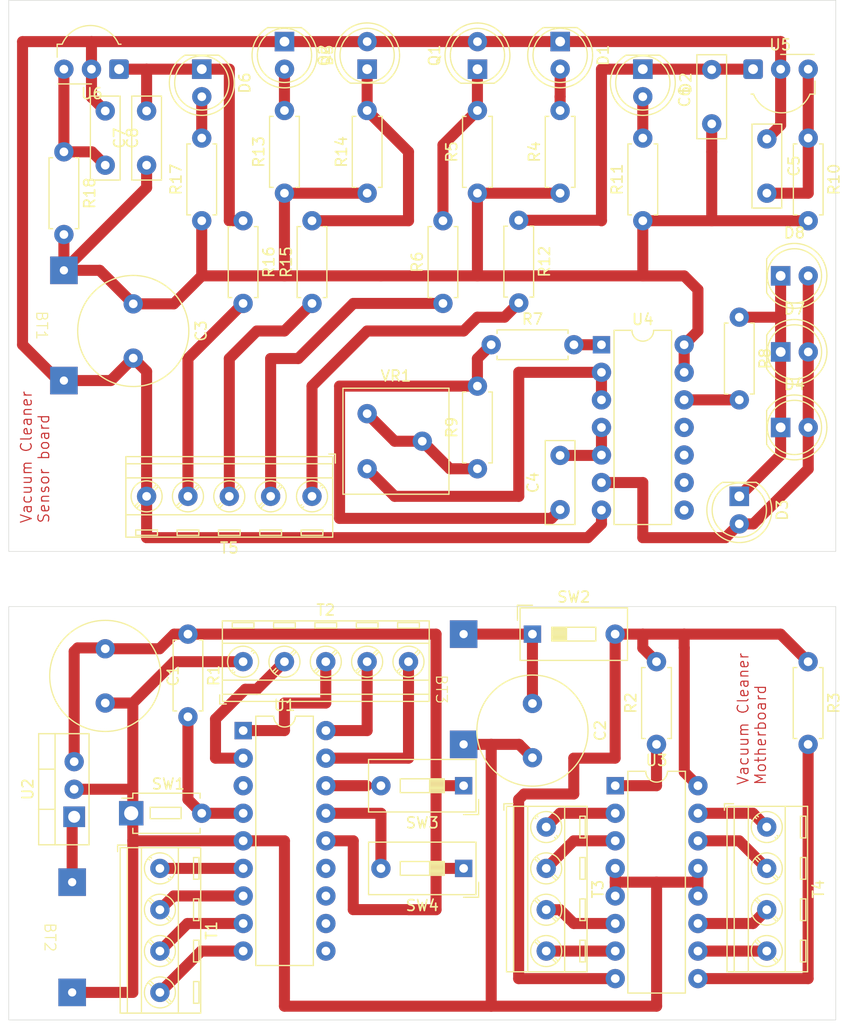
<source format=kicad_pcb>
(kicad_pcb (version 20240108) (generator "pcbnew") (generator_version "8.0")
  (layers (0 "F.Cu" signal) (31 "B.Cu" signal) (34 "B.Paste" user) (35 "F.Paste" user) (36 "B.SilkS" user "B.Silkscreen") (37 "F.SilkS" user "F.Silkscreen") (38 "B.Mask" user) (39 "F.Mask" user) (44 "Edge.Cuts" user))
  (net 0 "")
  (net 1 "Net-(D3-A)")
  (net 2 "Net-(D3-K)")
  (net 3 "Net-(Q1-C)")
  (net 4 "GNDREF")
  (net 5 "Net-(Q2-C)")
  (net 6 "Net-(U3-EN1,2)")
  (net 7 "Net-(T3-Pin_2)")
  (net 8 "Net-(T3-Pin_1)")
  (net 9 "Net-(T4-Pin_1)")
  (net 10 "Net-(U3-EN3,4)")
  (net 11 "Net-(U3-VCC1)")
  (net 12 "Net-(T4-Pin_4)")
  (net 13 "Net-(T4-Pin_3)")
  (net 14 "Net-(T3-Pin_4)")
  (net 15 "Net-(T3-Pin_3)")
  (net 16 "Net-(T4-Pin_2)")
  (net 17 "Net-(D2-K)")
  (net 18 "Net-(U5-Vs)")
  (net 19 "Net-(U6-Vs)")
  (net 20 "Net-(D6-K)")
  (net 21 "+6V")
  (net 22 "+5V")
  (net 23 "Net-(BT3-+)")
  (net 24 "Net-(C4-Pad2)")
  (net 25 "Net-(C4-Pad1)")
  (net 26 "Net-(D1-A)")
  (net 27 "Net-(D2-A)")
  (net 28 "Net-(D5-A)")
  (net 29 "Net-(D6-A)")
  (net 30 "Net-(U1-~{MCLR}{slash}Vpp{slash}RA5)")
  (net 31 "Net-(R7-Pad2)")
  (net 32 "Net-(R8-Pad2)")
  (net 33 "Net-(R9-Pad1)")
  (net 34 "Net-(T5-Pin_3)")
  (net 35 "Net-(T5-Pin_2)")
  (net 36 "Net-(T5-Pin_4)")
  (net 37 "Net-(T1-Pin_2)")
  (net 38 "Net-(T1-Pin_3)")
  (net 39 "Net-(T1-Pin_1)")
  (net 40 "Net-(T1-Pin_4)")
  (net 41 "Net-(T2-Pin_2)")
  (net 42 "Net-(T2-Pin_4)")
  (net 43 "Net-(T2-Pin_3)")
  (net 44 "Net-(U1-CLKIN{slash}OSC1{slash}RA7)")
  (net 46 "Net-(U1-CLKOUT{slash}OSC2{slash}RA6)")
  (net 51 "Net-(BT2-+)")
  (net 52 "Net-(U4-Pad2)")
  (net 53 "Net-(T2-Pin_5)")
  (net 54 "Net-(T5-Pin_1)")
  (footprint "Resistor_THT:R_Axial_DIN0207_L6.3mm_D2.5mm_P7.62mm_Horizontal" (layer "F.Cu") (at 143.51 96.52 -90)
    (property "Reference" "R1")
    (property "Value" "4.7k")
  )
  (footprint "Button_Switch_THT:SW_DIP_SPSTx01_Slide_9.78x4.72mm_W7.62mm_P2.54mm" (layer "F.Cu") (at 168.91 118.11 180)
    (property "Reference" "SW4")
    (property "Value" "SW_DIP_x01")
  )
  (footprint "Resistor_THT:R_Axial_DIN0207_L6.3mm_D2.5mm_P7.62mm_Horizontal" (layer "F.Cu") (at 148.59 58.42 -90)
    (property "Reference" "R16")
    (property "Value" "220")
  )
  (footprint "Button_Switch_THT:SW_DIP_SPSTx01_Slide_9.78x4.72mm_W7.62mm_P2.54mm" (layer "F.Cu") (at 175.25 96.52)
    (property "Reference" "SW2")
    (property "Value" "SW_DIP_x01")
  )
  (footprint "LED_THT:LED_D5.0mm" (layer "F.Cu") (at 152.405 41.91 -90)
    (property "Reference" "D5")
    (property "Value" "Super LED")
  )
  (footprint "Resistor_THT:R_Axial_DIN0207_L6.3mm_D2.5mm_P7.62mm_Horizontal" (layer "F.Cu") (at 200.65 99.06 -90)
    (property "Reference" "R3")
    (property "Value" "10k")
  )
  (footprint "Resistor_THT:R_Axial_DIN0207_L6.3mm_D2.5mm_P7.62mm_Horizontal" (layer "F.Cu") (at 132.08 52.07 -90)
    (property "Reference" "R18")
    (property "Value" "100")
  )
  (footprint "Capacitor_THT:C_Disc_D7.5mm_W2.5mm_P5.00mm" (layer "F.Cu") (at 139.7 53.3 90)
    (property "Reference" "C7")
    (property "Value" "1uF")
  )
  (footprint "Resistor_THT:R_Axial_DIN0207_L6.3mm_D2.5mm_P7.62mm_Horizontal" (layer "F.Cu") (at 170.18 81.28 90)
    (property "Reference" "R9")
    (property "Value" "3.3k")
  )
  (footprint "TerminalBlock_MetzConnect:TerminalBlock_MetzConnect_Type086_RT03404HBLC_1x04_P3.81mm_Horizontal" (layer "F.Cu") (at 176.52 114.3 -90)
    (property "Reference" "T3")
    (property "Value" "Screw_Terminal_01x04" (hide yes))
  )
  (footprint "OptoDevice:Vishay_MOLD-3Pin" (layer "F.Cu") (at 195.58 44.45)
    (property "Reference" "U5")
    (property "Value" "TSOP4038")
  )
  (footprint "Capacitor_THT:C_Disc_D7.5mm_W2.5mm_P5.00mm" (layer "F.Cu") (at 135.89 48.3 -90)
    (property "Reference" "C8")
    (property "Value" "0.1uF")
  )
  (footprint "Resistor_THT:R_Axial_DIN0207_L6.3mm_D2.5mm_P7.62mm_Horizontal" (layer "F.Cu") (at 167.005 66.04 90)
    (property "Reference" "R6")
    (property "Value" "100")
  )
  (footprint "Resistor_THT:R_Axial_DIN0207_L6.3mm_D2.5mm_P7.62mm_Horizontal" (layer "F.Cu") (at 144.78 58.42 90)
    (property "Reference" "R17")
    (property "Value" "220")
  )
  (footprint "TerminalBlock_MetzConnect:TerminalBlock_MetzConnect_Type086_RT03404HBLC_1x04_P3.81mm_Horizontal" (layer "F.Cu") (at 196.84 114.3 -90)
    (property "Reference" "T4")
    (property "Value" "Screw_Terminal_01x04" (hide yes))
  )
  (footprint "LED_THT:LED_D5.0mm" (layer "F.Cu") (at 177.805 41.905 -90)
    (property "Reference" "D1")
    (property "Value" "Super LED")
  )
  (footprint "Battery:Battery_Pads" (layer "F.Cu") (at 129.54 68.07 -90)
    (property "Reference" "BT1")
    (property "Value" "4xAA")
  )
  (footprint "Resistor_THT:R_Axial_DIN0207_L6.3mm_D2.5mm_P7.62mm_Horizontal" (layer "F.Cu") (at 186.68 106.68 90)
    (property "Reference" "R2")
    (property "Value" "10k")
  )
  (footprint "Button_Switch_THT:SW_DIP_SPSTx01_Slide_9.78x4.72mm_W7.62mm_P2.54mm" (layer "F.Cu") (at 168.91 110.49 180)
    (property "Reference" "SW3")
    (property "Value" "SW_DIP_x01")
  )
  (footprint "Package_TO_SOT_THT:TO-220-3_Vertical" (layer "F.Cu") (at 133.025 113.355 90)
    (property "Reference" "U2")
    (property "Value" "L7805")
  )
  (footprint "Resistor_THT:R_Axial_DIN0207_L6.3mm_D2.5mm_P7.62mm_Horizontal" (layer "F.Cu") (at 200.66 50.8 -90)
    (property "Reference" "R10")
    (property "Value" "100")
  )
  (footprint "Resistor_THT:R_Axial_DIN0207_L6.3mm_D2.5mm_P7.62mm_Horizontal" (layer "F.Cu") (at 154.94 66.04 90)
    (property "Reference" "R15")
    (property "Value" "100")
  )
  (footprint "TerminalBlock_MetzConnect:TerminalBlock_MetzConnect_Type086_RT03405HBLC_1x05_P3.81mm_Horizontal" (layer "F.Cu") (at 154.94 83.82 180)
    (property "Reference" "T5")
    (property "Value" "Screw_Terminal_01x04" (hide yes))
  )
  (footprint "TerminalBlock_MetzConnect:TerminalBlock_MetzConnect_Type086_RT03405HBLC_1x05_P3.81mm_Horizontal" (layer "F.Cu") (at 148.59 99.06)
    (property "Reference" "T2")
    (property "Value" "Screw_Terminal_01x04" (hide yes))
  )
  (footprint "LED_THT:LED_D5.0mm_IRBlack" (layer "F.Cu") (at 198.12 63.5)
    (property "Reference" "D8")
    (property "Value" "IR LED")
  )
  (footprint "LED_THT:LED_D5.0mm_IRBlack" (layer "F.Cu") (at 198.12 77.47)
    (property "Reference" "D4")
    (property "Value" "IR LED")
  )
  (footprint "Resistor_THT:R_Axial_DIN0207_L6.3mm_D2.5mm_P7.62mm_Horizontal" (layer "F.Cu") (at 194.31 67.31 -90)
    (property "Reference" "R8")
    (property "Value" "230")
  )
  (footprint "Package_DIP:DIP-16_W7.62mm" (layer "F.Cu") (at 182.88 110.49)
    (property "Reference" "U3")
    (property "Value" "L293D")
  )
  (footprint "Capacitor_THT:C_Disc_D7.5mm_W2.5mm_P5.00mm" (layer "F.Cu") (at 196.85 50.88 -90)
    (property "Reference" "C5")
    (property "Value" "0.1uF")
  )
  (footprint "Capacitor_THT:C_Radial_D10.0mm_H12.5mm_P5.00mm" (layer "F.Cu") (at 135.89 97.87 -90)
    (property "Reference" "C1")
    (property "Value" "1000uF")
  )
  (footprint "LED_THT:LED_D5.0mm" (layer "F.Cu") (at 144.785 44.45 -90)
    (property "Reference" "D6")
    (property "Value" "LED")
  )
  (footprint "LED_THT:LED_D5.0mm" (layer "F.Cu") (at 185.42 44.45 -90)
    (property "Reference" "D2")
    (property "Value" "LED")
  )
  (footprint "Capacitor_THT:C_Radial_D10.0mm_H20.0mm_P5.00mm" (layer "F.Cu") (at 175.25 102.91 -90)
    (property "Reference" "C2")
    (property "Value" "1000uF")
  )
  (footprint "Resistor_THT:R_Axial_DIN0207_L6.3mm_D2.5mm_P7.62mm_Horizontal" (layer "F.Cu") (at 173.99 58.375 -90)
    (property "Reference" "R12")
    (property "Value" "220")
  )
  (footprint "Capacitor_THT:C_Disc_D7.5mm_W2.5mm_P5.00mm" (layer "F.Cu") (at 191.77 49.49 90)
    (property "Reference" "C6")
    (property "Value" "1uF")
  )
  (footprint "Potentiometer_THT:Potentiometer_Bourns_3386F_Vertical" (layer "F.Cu") (at 160.02 81.28)
    (property "Reference" "VR1")
    (property "Value" "10k")
  )
  (footprint "Resistor_THT:R_Axial_DIN0207_L6.3mm_D2.5mm_P7.62mm_Horizontal" (layer "F.Cu") (at 171.45 69.85)
    (property "Reference" "R7")
    (property "Value" "100k")
  )
  (footprint "Resistor_THT:R_Axial_DIN0207_L6.3mm_D2.5mm_P7.62mm_Horizontal" (layer "F.Cu") (at 185.42 58.42 90)
    (property "Reference" "R11")
    (property "Value" "220")
  )
  (footprint "TerminalBlock_MetzConnect:TerminalBlock_MetzConnect_Type086_RT03404HBLC_1x04_P3.81mm_Horizontal" (layer "F.Cu") (at 140.925 118.11 -90)
    (property "Reference" "T1")
    (property "Value" "Screw_Terminal_01x04")
  )
  (footprint "Resistor_THT:R_Axial_DIN0207_L6.3mm_D2.5mm_P7.62mm_Horizontal" (layer "F.Cu") (at 160.02 55.88 90)
    (property "Reference" "R14")
    (property "Value" "47k")
  )
  (footprint "Button_Switch_THT:SW_PUSH_1P1T_6x3.5mm_H5.0_APEM_MJTP1250" (layer "F.Cu") (at 138.28 113.03)
    (property "Reference" "SW1")
    (property "Value" "SW_Push")
  )
  (footprint "Resistor_THT:R_Axial_DIN0207_L6.3mm_D2.5mm_P7.62mm_Horizontal" (layer "F.Cu") (at 152.4 55.88 90)
    (property "Reference" "R13")
    (property "Value" "230")
  )
  (footprint "Battery:Battery_Pads" (layer "F.Cu") (at 130.3 124.46 -90)
    (property "Reference" "BT2")
    (property "Value" "9V")
  )
  (footprint "Resistor_THT:R_Axial_DIN0207_L6.3mm_D2.5mm_P7.62mm_Horizontal" (layer "F.Cu") (at 170.18 55.88 90)
    (property "Reference" "R5")
    (property "Value" "47k")
  )
  (footprint "Package_DIP:DIP-18_W7.62mm" (layer "F.Cu") (at 148.6 105.41)
    (property "Reference" "U1")
    (property "Value" "PIC16F628A-IP")
  )
  (footprint "LED_THT:LED_D5.0mm_Clear" (layer "F.Cu") (at 160.02 44.45 90)
    (property "Reference" "Q2")
    (property "Value" "BPW40")
  )
  (footprint "Capacitor_THT:C_Radial_D10.0mm_H20.0mm_P5.00mm" (layer "F.Cu") (at 138.47 66.08 -90)
    (property "Reference" "C3")
    (property "Value" "1000uF")
  )
  (footprint "Battery:Battery_Pads" (layer "F.Cu") (at 166.37 101.6 -90)
    (property "Reference" "BT3")
    (property "Value" "6xAA")
  )
  (footprint "LED_THT:LED_D5.0mm_IRBlack" (layer "F.Cu") (at 194.31 83.82 -90)
    (property "Reference" "D3")
    (property "Value" "IR LED")
  )
  (footprint "LED_THT:LED_D5.0mm_IRBlack" (layer "F.Cu") (at 198.125033 70.510266)
    (property "Reference" "D7")
    (property "Value" "IR LED")
  )
  (footprint "Resistor_THT:R_Axial_DIN0207_L6.3mm_D2.5mm_P7.62mm_Horizontal" (layer "F.Cu") (at 177.8 55.88 90)
    (property "Reference" "R4")
    (property "Value" "230")
  )
  (footprint "Package_DIP:DIP-14_W7.62mm" (layer "F.Cu") (at 181.61 69.85)
    (property "Reference" "U4")
    (property "Value" "74HC04")
  )
  (footprint "LED_THT:LED_D5.0mm_Clear" (layer "F.Cu") (at 170.185 44.455 90)
    (property "Reference" "Q1")
    (property "Value" "BPW40")
  )
  (footprint "OptoDevice:Vishay_MOLD-3Pin" (layer "F.Cu") (at 137.16 44.45 180)
    (property "Reference" "U6")
    (property "Value" "TSOP4038")
  )
  (footprint "Capacitor_THT:C_Disc_D7.5mm_W2.5mm_P5.00mm" (layer "F.Cu") (at 177.8 85.05 90)
    (property "Reference" "C4")
    (property "Value" "1nF")
  )
  (gr_rect (start 127 93.98) (end 203.2 132.08) (stroke (width 0.05)) (fill none) (layer "Edge.Cuts"))
  (gr_rect (start 127 38.1) (end 203.2 88.9) (stroke (width 0.05)) (fill none) (layer "Edge.Cuts"))
  (gr_text "Vacuum Cleaner\nMotherboard" (at 196.85 110.49 90) (layer "F.Cu") (effects (font (size 1 1) (thickness 0.1)) (justify left bottom)))
  (gr_text "Vacuum Cleaner\nSensor board" (at 130.81 86.36 90) (layer "F.Cu") (effects (font (size 1 1) (thickness 0.1)) (justify left bottom)))
  (segment (start 200.66 81.302) (end 200.66 63.5) (width 1.016) (layer "F.Cu") (net 1))
  (segment (start 195.602 86.36) (end 200.66 81.302) (width 1.016) (layer "F.Cu") (net 1))
  (segment (start 181.61 82.55) (end 185.42 82.55) (width 1.016) (layer "F.Cu") (net 1))
  (segment (start 185.42 87.63) (end 193.04 87.63) (width 1.016) (layer "F.Cu") (net 1))
  (segment (start 194.31 86.36) (end 195.602 86.36) (width 1.016) (layer "F.Cu") (net 1))
  (segment (start 185.42 82.55) (end 185.42 87.63) (width 1.016) (layer "F.Cu") (net 1))
  (segment (start 193.04 87.63) (end 194.31 86.36) (width 1.016) (layer "F.Cu") (net 1))
  (segment (start 198.12 67.31) (end 198.12 63.5) (width 1.016) (layer "F.Cu") (net 2))
  (segment (start 198.12 67.31) (end 194.31 67.31) (width 1.016) (layer "F.Cu") (net 2))
  (segment (start 194.31 83.82) (end 198.12 80.01) (width 1.016) (layer "F.Cu") (net 2))
  (segment (start 198.12 80.01) (end 198.12 67.31) (width 1.016) (layer "F.Cu") (net 2))
  (segment (start 167.005 51.435) (end 167.005 58.42) (width 1.016) (layer "F.Cu") (net 3))
  (segment (start 170.18 44.46) (end 170.185 44.455) (width 1.016) (layer "F.Cu") (net 3))
  (segment (start 170.18 48.26) (end 167.005 51.435) (width 1.016) (layer "F.Cu") (net 3))
  (segment (start 170.18 48.26) (end 170.18 44.46) (width 1.016) (layer "F.Cu") (net 3))
  (segment (start 139.7 87.63) (end 180.34 87.63) (width 1.016) (layer "F.Cu") (net 4))
  (segment (start 171.45 106.68) (end 168.91 106.68) (width 1.016) (layer "F.Cu") (net 4))
  (segment (start 135.89 102.87) (end 138.43 102.87) (width 1.016) (layer "F.Cu") (net 4))
  (segment (start 196.85 50.88) (end 198.12 49.61) (width 1.016) (layer "F.Cu") (net 4))
  (segment (start 171.45 106.68) (end 171.45 130.81) (width 1.016) (layer "F.Cu") (net 4))
  (segment (start 152.405 41.91) (end 134.62 41.91) (width 1.016) (layer "F.Cu") (net 4))
  (segment (start 182.88 119.38) (end 186.68 119.38) (width 1.016) (layer "F.Cu") (net 4))
  (segment (start 182.88 119.38) (end 182.88 120.65) (width 1.016) (layer "F.Cu") (net 4))
  (segment (start 148.59 99.06) (end 142.24 99.06) (width 1.016) (layer "F.Cu") (net 4))
  (segment (start 190.5 118.11) (end 190.5 119.38) (width 1.016) (layer "F.Cu") (net 4))
  (segment (start 134.62 47.03) (end 134.62 44.45) (width 1.016) (layer "F.Cu") (net 4))
  (segment (start 128.27 41.91) (end 134.62 41.91) (width 1.016) (layer "F.Cu") (net 4))
  (segment (start 180.34 87.63) (end 181.61 86.36) (width 1.016) (layer "F.Cu") (net 4))
  (segment (start 177.805 41.905) (end 160.025 41.905) (width 1.016) (layer "F.Cu") (net 4))
  (segment (start 198.12 44.495) (end 198.12 41.91) (width 1.016) (layer "F.Cu") (net 4))
  (segment (start 138.43 110.815) (end 138.43 114.3) (width 1.016) (layer "F.Cu") (net 4))
  (segment (start 186.68 119.38) (end 186.69 119.39) (width 1.016) (layer "F.Cu") (net 4))
  (segment (start 182.88 118.11) (end 182.88 119.38) (width 1.016) (layer "F.Cu") (net 4))
  (segment (start 174.02 106.68) (end 171.45 106.68) (width 1.016) (layer "F.Cu") (net 4))
  (segment (start 181.61 86.36) (end 181.61 85.09) (width 1.016) (layer "F.Cu") (net 4))
  (segment (start 186.69 130.81) (end 171.45 130.81) (width 1.016) (layer "F.Cu") (net 4))
  (segment (start 138.43 102.87) (end 138.43 110.815) (width 1.016) (layer "F.Cu") (net 4))
  (segment (start 152.4 115.57) (end 138.43 115.57) (width 1.016) (layer "F.Cu") (net 4))
  (segment (start 186.68 119.38) (end 190.5 119.38) (width 1.016) (layer "F.Cu") (net 4))
  (segment (start 171.45 130.81) (end 152.4 130.81) (width 1.016) (layer "F.Cu") (net 4))
  (segment (start 131.57 73.15) (end 128.27 69.85) (width 1.016) (layer "F.Cu") (net 4))
  (segment (start 198.115 41.905) (end 177.805 41.905) (width 1.016) (layer "F.Cu") (net 4))
  (segment (start 135.89 48.3) (end 134.62 47.03) (width 1.016) (layer "F.Cu") (net 4))
  (segment (start 190.5 119.38) (end 190.5 120.65) (width 1.016) (layer "F.Cu") (net 4))
  (segment (start 139.7 83.82) (end 139.7 87.63) (width 1.016) (layer "F.Cu") (net 4))
  (segment (start 160.025 41.905) (end 160.02 41.91) (width 1.016) (layer "F.Cu") (net 4))
  (segment (start 198.12 49.61) (end 198.12 44.45) (width 1.016) (layer "F.Cu") (net 4))
  (segment (start 136.4 73.15) (end 131.57 73.15) (width 1.016) (layer "F.Cu") (net 4))
  (segment (start 198.12 41.91) (end 198.115 41.905) (width 1.016) (layer "F.Cu") (net 4))
  (segment (start 186.69 119.39) (end 186.69 130.81) (width 1.016) (layer "F.Cu") (net 4))
  (segment (start 160.02 41.91) (end 152.405 41.91) (width 1.016) (layer "F.Cu") (net 4))
  (segment (start 139.7 72.31) (end 138.47 71.08) (width 1.016) (layer "F.Cu") (net 4))
  (segment (start 138.43 114.3) (end 138.43 115.57) (width 1.016) (layer "F.Cu") (net 4))
  (segment (start 142.24 99.06) (end 138.43 102.87) (width 1.016) (layer "F.Cu") (net 4))
  (segment (start 133.025 110.815) (end 138.43 110.815) (width 1.016) (layer "F.Cu") (net 4))
  (segment (start 152.4 130.81) (end 152.4 115.57) (width 1.016) (layer "F.Cu") (net 4))
  (segment (start 138.47 71.08) (end 136.4 73.15) (width 1.016) (layer "F.Cu") (net 4))
  (segment (start 139.7 83.82) (end 139.7 72.31) (width 1.016) (layer "F.Cu") (net 4))
  (segment (start 175.25 107.91) (end 174.02 106.68) (width 1.016) (layer "F.Cu") (net 4))
  (segment (start 138.43 115.57) (end 138.43 129.54) (width 1.016) (layer "F.Cu") (net 4))
  (segment (start 134.62 41.91) (end 134.62 44.45) (width 1.016) (layer "F.Cu") (net 4))
  (segment (start 128.27 69.85) (end 128.27 41.91) (width 1.016) (layer "F.Cu") (net 4))
  (segment (start 138.43 129.54) (end 132.84 129.54) (width 1.016) (layer "F.Cu") (net 4))
  (segment (start 163.83 58.42) (end 163.83 52.07) (width 1.016) (layer "F.Cu") (net 5))
  (segment (start 154.94 58.42) (end 163.83 58.42) (width 1.016) (layer "F.Cu") (net 5))
  (segment (start 163.83 52.07) (end 160.02 48.26) (width 1.016) (layer "F.Cu") (net 5))
  (segment (start 160.02 48.26) (end 160.02 44.45) (width 1.016) (layer "F.Cu") (net 5))
  (segment (start 186.68 106.68) (end 186.68 110.49) (width 1.016) (layer "F.Cu") (net 6))
  (segment (start 186.68 110.49) (end 182.88 110.49) (width 1.016) (layer "F.Cu") (net 6))
  (segment (start 179.06 115.57) (end 182.88 115.57) (width 1.016) (layer "F.Cu") (net 7))
  (segment (start 176.52 118.11) (end 179.06 115.57) (width 1.016) (layer "F.Cu") (net 7))
  (segment (start 177.79 113.03) (end 182.88 113.03) (width 1.016) (layer "F.Cu") (net 8))
  (segment (start 176.52 114.3) (end 177.79 113.03) (width 1.016) (layer "F.Cu") (net 8))
  (segment (start 195.57 113.03) (end 196.84 114.3) (width 1.016) (layer "F.Cu") (net 9))
  (segment (start 190.5 113.03) (end 195.57 113.03) (width 1.016) (layer "F.Cu") (net 9))
  (segment (start 200.65 128.27) (end 190.5 128.27) (width 1.016) (layer "F.Cu") (net 10))
  (segment (start 200.65 106.68) (end 200.65 128.27) (width 1.016) (layer "F.Cu") (net 10))
  (segment (start 198.11 96.52) (end 200.65 99.06) (width 1.016) (layer "F.Cu") (net 11))
  (segment (start 182.87 96.52) (end 185.42 96.52) (width 1.016) (layer "F.Cu") (net 11))
  (segment (start 174.488 111.252) (end 173.98 111.76) (width 1.016) (layer "F.Cu") (net 11))
  (segment (start 189.24 97.8) (end 189.24 109.23) (width 1.016) (layer "F.Cu") (net 11))
  (segment (start 182.87 107.95) (end 179.06 107.95) (width 1.016) (layer "F.Cu") (net 11))
  (segment (start 179.06 111.252) (end 174.488 111.252) (width 1.016) (layer "F.Cu") (net 11))
  (segment (start 189.24 109.23) (end 190.5 110.49) (width 1.016) (layer "F.Cu") (net 11))
  (segment (start 179.06 107.95) (end 179.06 111.252) (width 1.016) (layer "F.Cu") (net 11))
  (segment (start 185.42 96.52) (end 189.23 96.52) (width 1.016) (layer "F.Cu") (net 11))
  (segment (start 182.87 96.52) (end 182.87 107.95) (width 1.016) (layer "F.Cu") (net 11))
  (segment (start 185.42 97.8) (end 186.68 99.06) (width 1.016) (layer "F.Cu") (net 11))
  (segment (start 173.98 111.76) (end 173.98 128.27) (width 1.016) (layer "F.Cu") (net 11))
  (segment (start 173.98 128.27) (end 182.88 128.27) (width 1.016) (layer "F.Cu") (net 11))
  (segment (start 189.23 96.52) (end 198.11 96.52) (width 1.016) (layer "F.Cu") (net 11))
  (segment (start 189.23 97.79) (end 189.24 97.8) (width 1.016) (layer "F.Cu") (net 11))
  (segment (start 185.42 96.52) (end 185.42 97.8) (width 1.016) (layer "F.Cu") (net 11))
  (segment (start 189.23 96.52) (end 189.23 97.79) (width 1.016) (layer "F.Cu") (net 11))
  (segment (start 190.5 125.73) (end 196.84 125.73) (width 1.016) (layer "F.Cu") (net 12))
  (segment (start 190.5 123.19) (end 195.57 123.19) (width 1.016) (layer "F.Cu") (net 13))
  (segment (start 195.57 123.19) (end 196.84 121.92) (width 1.016) (layer "F.Cu") (net 13))
  (segment (start 176.52 125.73) (end 182.88 125.73) (width 1.016) (layer "F.Cu") (net 14))
  (segment (start 177.79 121.92) (end 179.06 123.19) (width 1.016) (layer "F.Cu") (net 15))
  (segment (start 176.52 121.92) (end 177.79 121.92) (width 1.016) (layer "F.Cu") (net 15))
  (segment (start 179.06 123.19) (end 182.88 123.19) (width 1.016) (layer "F.Cu") (net 15))
  (segment (start 190.5 115.57) (end 194.3 115.57) (width 1.016) (layer "F.Cu") (net 16))
  (segment (start 194.3 115.57) (end 196.84 118.11) (width 1.016) (layer "F.Cu") (net 16))
  (segment (start 185.42 44.45) (end 181.61 44.45) (width 1.016) (layer "F.Cu") (net 17))
  (segment (start 185.42 44.45) (end 195.58 44.45) (width 1.016) (layer "F.Cu") (net 17))
  (segment (start 181.565 58.375) (end 173.99 58.375) (width 1.016) (layer "F.Cu") (net 17))
  (segment (start 181.61 58.42) (end 181.565 58.375) (width 1.016) (layer "F.Cu") (net 17))
  (segment (start 181.61 44.45) (end 181.61 58.42) (width 1.016) (layer "F.Cu") (net 17))
  (segment (start 200.66 55.88) (end 196.85 55.88) (width 1.016) (layer "F.Cu") (net 18))
  (segment (start 200.66 50.8) (end 200.66 44.45) (width 1.016) (layer "F.Cu") (net 18))
  (segment (start 200.66 50.8) (end 200.66 55.88) (width 1.016) (layer "F.Cu") (net 18))
  (segment (start 134.66 52.07) (end 135.89 53.3) (width 1.016) (layer "F.Cu") (net 19))
  (segment (start 132.08 52.07) (end 134.66 52.07) (width 1.016) (layer "F.Cu") (net 19))
  (segment (start 132.08 52.07) (end 132.08 44.45) (width 1.016) (layer "F.Cu") (net 19))
  (segment (start 139.7 44.45) (end 147.32 44.45) (width 1.016) (layer "F.Cu") (net 20))
  (segment (start 147.32 58.42) (end 148.59 58.42) (width 1.016) (layer "F.Cu") (net 20))
  (segment (start 137.16 44.45) (end 139.7 44.45) (width 1.016) (layer "F.Cu") (net 20))
  (segment (start 147.32 44.45) (end 147.32 58.42) (width 1.016) (layer "F.Cu") (net 20))
  (segment (start 139.7 48.3) (end 139.7 44.45) (width 1.016) (layer "F.Cu") (net 20))
  (segment (start 191.77 49.49) (end 191.77 52.07) (width 1.016) (layer "F.Cu") (net 21))
  (segment (start 160.02 55.88) (end 152.4 55.88) (width 1.016) (layer "F.Cu") (net 21))
  (segment (start 139.7 55.37) (end 132.08 62.99) (width 1.016) (layer "F.Cu") (net 21))
  (segment (start 152.4 55.88) (end 152.4 63.5) (width 1.016) (layer "F.Cu") (net 21))
  (segment (start 132.08 62.99) (end 132.08 59.69) (width 1.016) (layer "F.Cu") (net 21))
  (segment (start 135.38 62.99) (end 138.47 66.08) (width 1.016) (layer "F.Cu") (net 21))
  (segment (start 185.425 63.505) (end 189.235 63.505) (width 1.016) (layer "F.Cu") (net 21))
  (segment (start 131.57 62.99) (end 135.38 62.99) (width 1.016) (layer "F.Cu") (net 21))
  (segment (start 190.5 64.77) (end 190.5 68.58) (width 1.016) (layer "F.Cu") (net 21))
  (segment (start 161.29 63.5) (end 170.18 63.5) (width 1.016) (layer "F.Cu") (net 21))
  (segment (start 152.4 63.5) (end 161.29 63.5) (width 1.016) (layer "F.Cu") (net 21))
  (segment (start 144.78 63.5) (end 152.4 63.5) (width 1.016) (layer "F.Cu") (net 21))
  (segment (start 142.2 66.08) (end 138.47 66.08) (width 1.016) (layer "F.Cu") (net 21))
  (segment (start 191.77 58.42) (end 185.42 58.42) (width 1.016) (layer "F.Cu") (net 21))
  (segment (start 185.42 58.42) (end 185.42 63.5) (width 1.016) (layer "F.Cu") (net 21))
  (segment (start 170.18 63.5) (end 170.18 55.88) (width 1.016) (layer "F.Cu") (net 21))
  (segment (start 190.5 68.58) (end 189.23 69.85) (width 1.016) (layer "F.Cu") (net 21))
  (segment (start 191.77 58.42) (end 191.77 52.07) (width 1.016) (layer "F.Cu") (net 21))
  (segment (start 189.235 63.505) (end 190.5 64.77) (width 1.016) (layer "F.Cu") (net 21))
  (segment (start 139.7 53.3) (end 139.7 55.37) (width 1.016) (layer "F.Cu") (net 21))
  (segment (start 189.23 72.39) (end 189.23 69.85) (width 1.016) (layer "F.Cu") (net 21))
  (segment (start 144.78 63.5) (end 142.2 66.08) (width 1.016) (layer "F.Cu") (net 21))
  (segment (start 144.78 58.42) (end 144.78 63.5) (width 1.016) (layer "F.Cu") (net 21))
  (segment (start 200.66 58.42) (end 191.77 58.42) (width 1.016) (layer "F.Cu") (net 21))
  (segment (start 185.42 63.5) (end 185.425 63.505) (width 1.016) (layer "F.Cu") (net 21))
  (segment (start 170.18 55.88) (end 177.8 55.88) (width 1.016) (layer "F.Cu") (net 21))
  (segment (start 185.42 63.5) (end 170.18 63.5) (width 1.016) (layer "F.Cu") (net 21))
  (segment (start 166.37 118.11) (end 168.91 118.11) (width 1.016) (layer "F.Cu") (net 22))
  (segment (start 166.37 96.52) (end 166.37 110.49) (width 1.016) (layer "F.Cu") (net 22))
  (segment (start 140.89 97.87) (end 135.89 97.87) (width 1.016) (layer "F.Cu") (net 22))
  (segment (start 163.83 121.91) (end 158.74 121.91) (width 1.016) (layer "F.Cu") (net 22))
  (segment (start 133.025 108.275) (end 133.025 98.115) (width 1.016) (layer "F.Cu") (net 22))
  (segment (start 163.84 121.92) (end 163.83 121.91) (width 1.016) (layer "F.Cu") (net 22))
  (segment (start 133.025 98.115) (end 133.35 97.79) (width 1.016) (layer "F.Cu") (net 22))
  (segment (start 166.37 110.49) (end 168.91 110.49) (width 1.016) (layer "F.Cu") (net 22))
  (segment (start 166.37 121.92) (end 163.84 121.92) (width 1.016) (layer "F.Cu") (net 22))
  (segment (start 166.37 110.49) (end 166.37 118.11) (width 1.016) (layer "F.Cu") (net 22))
  (segment (start 158.74 121.91) (end 158.74 115.57) (width 1.016) (layer "F.Cu") (net 22))
  (segment (start 143.51 96.52) (end 142.24 96.52) (width 1.016) (layer "F.Cu") (net 22))
  (segment (start 133.35 97.79) (end 135.81 97.79) (width 1.016) (layer "F.Cu") (net 22))
  (segment (start 142.24 96.52) (end 140.89 97.87) (width 1.016) (layer "F.Cu") (net 22))
  (segment (start 158.74 115.57) (end 156.22 115.57) (width 1.016) (layer "F.Cu") (net 22))
  (segment (start 166.37 118.11) (end 166.37 121.92) (width 1.016) (layer "F.Cu") (net 22))
  (segment (start 135.81 97.79) (end 135.89 97.87) (width 1.016) (layer "F.Cu") (net 22))
  (segment (start 143.51 96.52) (end 166.37 96.52) (width 1.016) (layer "F.Cu") (net 22))
  (segment (start 168.91 96.52) (end 175.25 96.52) (width 1.016) (layer "F.Cu") (net 23))
  (segment (start 175.25 102.91) (end 175.25 96.52) (width 1.016) (layer "F.Cu") (net 23))
  (segment (start 177.8 80.05) (end 181.57 80.05) (width 1.016) (layer "F.Cu") (net 24))
  (segment (start 181.57 80.05) (end 181.61 80.01) (width 1.016) (layer "F.Cu") (net 24))
  (segment (start 181.61 77.47) (end 181.61 80.01) (width 1.016) (layer "F.Cu") (net 24))
  (segment (start 157.48 85.852) (end 176.998 85.852) (width 1.016) (layer "F.Cu") (net 25))
  (segment (start 170.18 73.66) (end 157.48 73.66) (width 1.016) (layer "F.Cu") (net 25))
  (segment (start 176.998 85.852) (end 177.8 85.05) (width 1.016) (layer "F.Cu") (net 25))
  (segment (start 171.45 69.85) (end 170.18 71.12) (width 1.016) (layer "F.Cu") (net 25))
  (segment (start 157.48 73.66) (end 157.48 85.852) (width 1.016) (layer "F.Cu") (net 25))
  (segment (start 170.18 71.12) (end 170.18 73.66) (width 1.016) (layer "F.Cu") (net 25))
  (segment (start 177.8 46.99) (end 177.805 46.985) (width 1.016) (layer "F.Cu") (net 26))
  (segment (start 177.805 46.985) (end 177.805 44.445) (width 1.016) (layer "F.Cu") (net 26))
  (segment (start 177.8 48.26) (end 177.8 46.99) (width 1.016) (layer "F.Cu") (net 26))
  (segment (start 185.42 50.8) (end 185.42 46.99) (width 1.016) (layer "F.Cu") (net 27))
  (segment (start 152.4 48.26) (end 152.4 44.455) (width 1.016) (layer "F.Cu") (net 28))
  (segment (start 152.4 44.455) (end 152.405 44.45) (width 1.016) (layer "F.Cu") (net 28))
  (segment (start 144.78 46.995) (end 144.785 46.99) (width 1.016) (layer "F.Cu") (net 29))
  (segment (start 144.78 50.8) (end 144.78 46.995) (width 1.016) (layer "F.Cu") (net 29))
  (segment (start 144.785 46.99) (end 144.785 46.995) (width 1.016) (layer "F.Cu") (net 29))
  (segment (start 143.51 111.76) (end 144.78 113.03) (width 1.016) (layer "F.Cu") (net 30))
  (segment (start 148.6 113.03) (end 144.78 113.03) (width 1.016) (layer "F.Cu") (net 30))
  (segment (start 143.51 104.14) (end 143.51 111.76) (width 1.016) (layer "F.Cu") (net 30))
  (segment (start 179.07 69.85) (end 181.61 69.85) (width 1.016) (layer "F.Cu") (net 31))
  (segment (start 194.31 74.93) (end 189.23 74.93) (width 1.016) (layer "F.Cu") (net 32))
  (segment (start 162.56 78.74) (end 160.02 76.2) (width 1.016) (layer "F.Cu") (net 33))
  (segment (start 165.1 78.74) (end 162.56 78.74) (width 1.016) (layer "F.Cu") (net 33))
  (segment (start 167.64 81.28) (end 165.1 78.74) (width 1.016) (layer "F.Cu") (net 33))
  (segment (start 170.18 81.28) (end 167.64 81.28) (width 1.016) (layer "F.Cu") (net 33))
  (segment (start 147.32 71.12) (end 147.32 83.82) (width 1.016) (layer "F.Cu") (net 34))
  (segment (start 149.86 68.58) (end 147.32 71.12) (width 1.016) (layer "F.Cu") (net 34))
  (segment (start 154.94 66.04) (end 152.4 68.58) (width 1.016) (layer "F.Cu") (net 34))
  (segment (start 152.4 68.58) (end 149.86 68.58) (width 1.016) (layer "F.Cu") (net 34))
  (segment (start 151.13 71.12) (end 151.13 83.82) (width 1.016) (layer "F.Cu") (net 35))
  (segment (start 158.75 66.04) (end 153.67 71.12) (width 1.016) (layer "F.Cu") (net 35))
  (segment (start 167.005 66.04) (end 158.75 66.04) (width 1.016) (layer "F.Cu") (net 35))
  (segment (start 153.67 71.12) (end 151.13 71.12) (width 1.016) (layer "F.Cu") (net 35))
  (segment (start 143.51 71.12) (end 143.51 83.82) (width 1.016) (layer "F.Cu") (net 36))
  (segment (start 148.59 66.04) (end 143.51 71.12) (width 1.016) (layer "F.Cu") (net 36))
  (segment (start 148.6 120.65) (end 142.195 120.65) (width 1.016) (layer "F.Cu") (net 37))
  (segment (start 142.195 120.65) (end 140.925 121.92) (width 1.016) (layer "F.Cu") (net 37))
  (segment (start 148.6 123.19) (end 143.465 123.19) (width 1.016) (layer "F.Cu") (net 38))
  (segment (start 143.465 123.19) (end 140.925 125.73) (width 1.016) (layer "F.Cu") (net 38))
  (segment (start 148.6 118.11) (end 140.925 118.11) (width 1.016) (layer "F.Cu") (net 39))
  (segment (start 144.735 125.73) (end 140.925 129.54) (width 1.016) (layer "F.Cu") (net 40))
  (segment (start 148.6 125.73) (end 144.735 125.73) (width 1.016) (layer "F.Cu") (net 40))
  (segment (start 148.794 101.6) (end 146.05 104.344) (width 1.016) (layer "F.Cu") (net 41))
  (segment (start 146.05 107.95) (end 148.6 107.95) (width 1.016) (layer "F.Cu") (net 41))
  (segment (start 152.4 99.06) (end 149.86 101.6) (width 1.016) (layer "F.Cu") (net 41))
  (segment (start 146.05 104.344) (end 146.05 107.95) (width 1.016) (layer "F.Cu") (net 41))
  (segment (start 149.86 101.6) (end 148.794 101.6) (width 1.016) (layer "F.Cu") (net 41))
  (segment (start 160.02 105.41) (end 156.22 105.41) (width 1.016) (layer "F.Cu") (net 42))
  (segment (start 160.02 99.06) (end 160.02 105.41) (width 1.016) (layer "F.Cu") (net 42))
  (segment (start 156.22 99.07) (end 156.21 99.06) (width 1.016) (layer "F.Cu") (net 43))
  (segment (start 156.21 102.87) (end 156.21 99.06) (width 1.016) (layer "F.Cu") (net 43))
  (segment (start 148.6 105.41) (end 152.4 105.41) (width 1.016) (layer "F.Cu") (net 43))
  (segment (start 152.4 102.87) (end 156.21 102.87) (width 1.016) (layer "F.Cu") (net 43))
  (segment (start 152.4 105.41) (end 152.4 102.87) (width 1.016) (layer "F.Cu") (net 43))
  (segment (start 159.9775 110.49) (end 156.22 110.49) (width 1.016) (layer "F.Cu") (net 44))
  (segment (start 161.29 118.11) (end 161.29 113.03) (width 1.016) (layer "F.Cu") (net 46))
  (segment (start 161.29 113.03) (end 156.22 113.03) (width 1.016) (layer "F.Cu") (net 46))
  (segment (start 132.84 113.54) (end 133.025 113.355) (width 1.016) (layer "F.Cu") (net 51))
  (segment (start 132.84 119.38) (end 132.84 113.54) (width 1.016) (layer "F.Cu") (net 51))
  (segment (start 160.02 81.28) (end 162.56 83.82) (width 1.016) (layer "F.Cu") (net 52))
  (segment (start 162.56 83.82) (end 173.99 83.82) (width 1.016) (layer "F.Cu") (net 52))
  (segment (start 173.99 83.82) (end 173.99 72.39) (width 1.016) (layer "F.Cu") (net 52))
  (segment (start 181.61 74.93) (end 181.61 72.39) (width 1.016) (layer "F.Cu") (net 52))
  (segment (start 173.99 72.39) (end 181.61 72.39) (width 1.016) (layer "F.Cu") (net 52))
  (segment (start 163.83 107.95) (end 163.83 99.06) (width 1.016) (layer "F.Cu") (net 53))
  (segment (start 156.22 107.95) (end 163.83 107.95) (width 1.016) (layer "F.Cu") (net 53))
  (segment (start 154.94 83.82) (end 154.94 73.66) (width 1.016) (layer "F.Cu") (net 54))
  (segment (start 172.675 67.31) (end 173.99 65.995) (width 1.016) (layer "F.Cu") (net 54))
  (segment (start 160.02 68.58) (end 168.91 68.58) (width 1.016) (layer "F.Cu") (net 54))
  (segment (start 170.18 67.31) (end 172.675 67.31) (width 1.016) (layer "F.Cu") (net 54))
  (segment (start 168.91 68.58) (end 170.18 67.31) (width 1.016) (layer "F.Cu") (net 54))
  (segment (start 154.94 73.66) (end 160.02 68.58) (width 1.016) (layer "F.Cu") (net 54))
)
</source>
